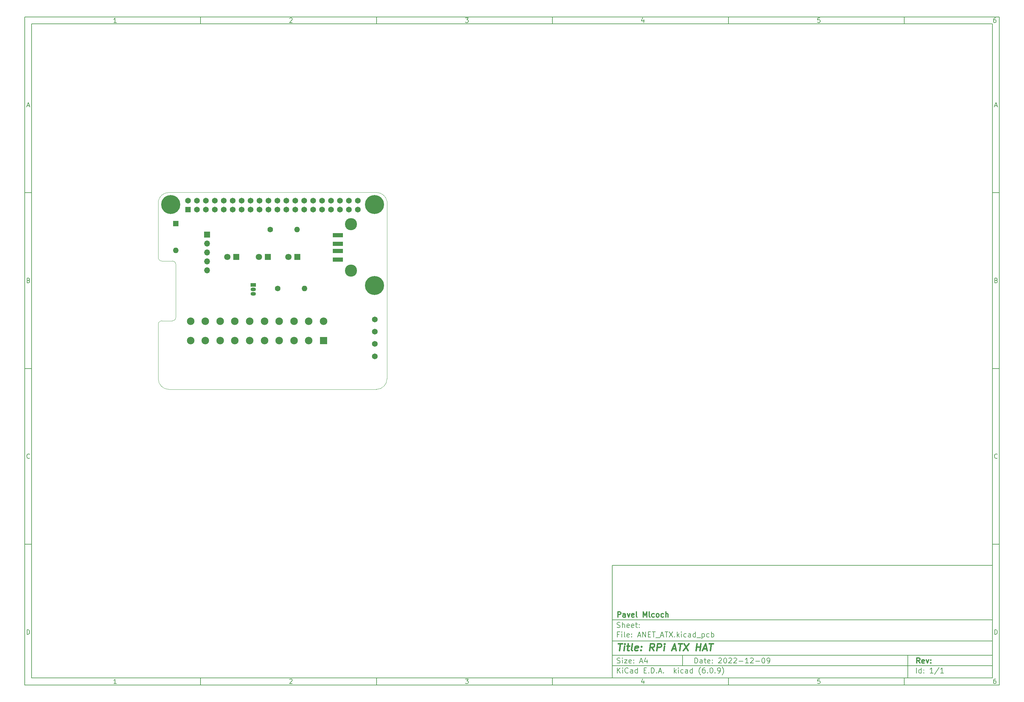
<source format=gbr>
%TF.GenerationSoftware,KiCad,Pcbnew,(6.0.9)*%
%TF.CreationDate,2022-12-14T14:47:33+01:00*%
%TF.ProjectId,ANET_ATX,414e4554-5f41-4545-982e-6b696361645f,rev?*%
%TF.SameCoordinates,Original*%
%TF.FileFunction,Soldermask,Top*%
%TF.FilePolarity,Negative*%
%FSLAX46Y46*%
G04 Gerber Fmt 4.6, Leading zero omitted, Abs format (unit mm)*
G04 Created by KiCad (PCBNEW (6.0.9)) date 2022-12-14 14:47:33*
%MOMM*%
%LPD*%
G01*
G04 APERTURE LIST*
%ADD10C,0.100000*%
%ADD11C,0.150000*%
%ADD12C,0.300000*%
%ADD13C,0.400000*%
%TA.AperFunction,Profile*%
%ADD14C,0.100000*%
%TD*%
%ADD15R,1.600000X1.600000*%
%ADD16O,1.600000X1.600000*%
%ADD17C,1.650000*%
%ADD18C,0.001000*%
%ADD19R,2.150000X2.150000*%
%ADD20C,2.150000*%
%ADD21R,1.700000X1.700000*%
%ADD22O,1.700000X1.700000*%
%ADD23C,5.400000*%
%ADD24C,3.100000*%
%ADD25R,1.800000X1.800000*%
%ADD26C,1.800000*%
%ADD27C,1.600000*%
%ADD28R,3.000000X1.250000*%
%ADD29C,3.450000*%
%ADD30R,1.650000X1.650000*%
%ADD31R,1.500000X1.050000*%
%ADD32O,1.500000X1.050000*%
G04 APERTURE END LIST*
D10*
D11*
X177002200Y-166007200D02*
X177002200Y-198007200D01*
X285002200Y-198007200D01*
X285002200Y-166007200D01*
X177002200Y-166007200D01*
D10*
D11*
X10000000Y-10000000D02*
X10000000Y-200007200D01*
X287002200Y-200007200D01*
X287002200Y-10000000D01*
X10000000Y-10000000D01*
D10*
D11*
X12000000Y-12000000D02*
X12000000Y-198007200D01*
X285002200Y-198007200D01*
X285002200Y-12000000D01*
X12000000Y-12000000D01*
D10*
D11*
X60000000Y-12000000D02*
X60000000Y-10000000D01*
D10*
D11*
X110000000Y-12000000D02*
X110000000Y-10000000D01*
D10*
D11*
X160000000Y-12000000D02*
X160000000Y-10000000D01*
D10*
D11*
X210000000Y-12000000D02*
X210000000Y-10000000D01*
D10*
D11*
X260000000Y-12000000D02*
X260000000Y-10000000D01*
D10*
D11*
X36065476Y-11588095D02*
X35322619Y-11588095D01*
X35694047Y-11588095D02*
X35694047Y-10288095D01*
X35570238Y-10473809D01*
X35446428Y-10597619D01*
X35322619Y-10659523D01*
D10*
D11*
X85322619Y-10411904D02*
X85384523Y-10350000D01*
X85508333Y-10288095D01*
X85817857Y-10288095D01*
X85941666Y-10350000D01*
X86003571Y-10411904D01*
X86065476Y-10535714D01*
X86065476Y-10659523D01*
X86003571Y-10845238D01*
X85260714Y-11588095D01*
X86065476Y-11588095D01*
D10*
D11*
X135260714Y-10288095D02*
X136065476Y-10288095D01*
X135632142Y-10783333D01*
X135817857Y-10783333D01*
X135941666Y-10845238D01*
X136003571Y-10907142D01*
X136065476Y-11030952D01*
X136065476Y-11340476D01*
X136003571Y-11464285D01*
X135941666Y-11526190D01*
X135817857Y-11588095D01*
X135446428Y-11588095D01*
X135322619Y-11526190D01*
X135260714Y-11464285D01*
D10*
D11*
X185941666Y-10721428D02*
X185941666Y-11588095D01*
X185632142Y-10226190D02*
X185322619Y-11154761D01*
X186127380Y-11154761D01*
D10*
D11*
X236003571Y-10288095D02*
X235384523Y-10288095D01*
X235322619Y-10907142D01*
X235384523Y-10845238D01*
X235508333Y-10783333D01*
X235817857Y-10783333D01*
X235941666Y-10845238D01*
X236003571Y-10907142D01*
X236065476Y-11030952D01*
X236065476Y-11340476D01*
X236003571Y-11464285D01*
X235941666Y-11526190D01*
X235817857Y-11588095D01*
X235508333Y-11588095D01*
X235384523Y-11526190D01*
X235322619Y-11464285D01*
D10*
D11*
X285941666Y-10288095D02*
X285694047Y-10288095D01*
X285570238Y-10350000D01*
X285508333Y-10411904D01*
X285384523Y-10597619D01*
X285322619Y-10845238D01*
X285322619Y-11340476D01*
X285384523Y-11464285D01*
X285446428Y-11526190D01*
X285570238Y-11588095D01*
X285817857Y-11588095D01*
X285941666Y-11526190D01*
X286003571Y-11464285D01*
X286065476Y-11340476D01*
X286065476Y-11030952D01*
X286003571Y-10907142D01*
X285941666Y-10845238D01*
X285817857Y-10783333D01*
X285570238Y-10783333D01*
X285446428Y-10845238D01*
X285384523Y-10907142D01*
X285322619Y-11030952D01*
D10*
D11*
X60000000Y-198007200D02*
X60000000Y-200007200D01*
D10*
D11*
X110000000Y-198007200D02*
X110000000Y-200007200D01*
D10*
D11*
X160000000Y-198007200D02*
X160000000Y-200007200D01*
D10*
D11*
X210000000Y-198007200D02*
X210000000Y-200007200D01*
D10*
D11*
X260000000Y-198007200D02*
X260000000Y-200007200D01*
D10*
D11*
X36065476Y-199595295D02*
X35322619Y-199595295D01*
X35694047Y-199595295D02*
X35694047Y-198295295D01*
X35570238Y-198481009D01*
X35446428Y-198604819D01*
X35322619Y-198666723D01*
D10*
D11*
X85322619Y-198419104D02*
X85384523Y-198357200D01*
X85508333Y-198295295D01*
X85817857Y-198295295D01*
X85941666Y-198357200D01*
X86003571Y-198419104D01*
X86065476Y-198542914D01*
X86065476Y-198666723D01*
X86003571Y-198852438D01*
X85260714Y-199595295D01*
X86065476Y-199595295D01*
D10*
D11*
X135260714Y-198295295D02*
X136065476Y-198295295D01*
X135632142Y-198790533D01*
X135817857Y-198790533D01*
X135941666Y-198852438D01*
X136003571Y-198914342D01*
X136065476Y-199038152D01*
X136065476Y-199347676D01*
X136003571Y-199471485D01*
X135941666Y-199533390D01*
X135817857Y-199595295D01*
X135446428Y-199595295D01*
X135322619Y-199533390D01*
X135260714Y-199471485D01*
D10*
D11*
X185941666Y-198728628D02*
X185941666Y-199595295D01*
X185632142Y-198233390D02*
X185322619Y-199161961D01*
X186127380Y-199161961D01*
D10*
D11*
X236003571Y-198295295D02*
X235384523Y-198295295D01*
X235322619Y-198914342D01*
X235384523Y-198852438D01*
X235508333Y-198790533D01*
X235817857Y-198790533D01*
X235941666Y-198852438D01*
X236003571Y-198914342D01*
X236065476Y-199038152D01*
X236065476Y-199347676D01*
X236003571Y-199471485D01*
X235941666Y-199533390D01*
X235817857Y-199595295D01*
X235508333Y-199595295D01*
X235384523Y-199533390D01*
X235322619Y-199471485D01*
D10*
D11*
X285941666Y-198295295D02*
X285694047Y-198295295D01*
X285570238Y-198357200D01*
X285508333Y-198419104D01*
X285384523Y-198604819D01*
X285322619Y-198852438D01*
X285322619Y-199347676D01*
X285384523Y-199471485D01*
X285446428Y-199533390D01*
X285570238Y-199595295D01*
X285817857Y-199595295D01*
X285941666Y-199533390D01*
X286003571Y-199471485D01*
X286065476Y-199347676D01*
X286065476Y-199038152D01*
X286003571Y-198914342D01*
X285941666Y-198852438D01*
X285817857Y-198790533D01*
X285570238Y-198790533D01*
X285446428Y-198852438D01*
X285384523Y-198914342D01*
X285322619Y-199038152D01*
D10*
D11*
X10000000Y-60000000D02*
X12000000Y-60000000D01*
D10*
D11*
X10000000Y-110000000D02*
X12000000Y-110000000D01*
D10*
D11*
X10000000Y-160000000D02*
X12000000Y-160000000D01*
D10*
D11*
X10690476Y-35216666D02*
X11309523Y-35216666D01*
X10566666Y-35588095D02*
X11000000Y-34288095D01*
X11433333Y-35588095D01*
D10*
D11*
X11092857Y-84907142D02*
X11278571Y-84969047D01*
X11340476Y-85030952D01*
X11402380Y-85154761D01*
X11402380Y-85340476D01*
X11340476Y-85464285D01*
X11278571Y-85526190D01*
X11154761Y-85588095D01*
X10659523Y-85588095D01*
X10659523Y-84288095D01*
X11092857Y-84288095D01*
X11216666Y-84350000D01*
X11278571Y-84411904D01*
X11340476Y-84535714D01*
X11340476Y-84659523D01*
X11278571Y-84783333D01*
X11216666Y-84845238D01*
X11092857Y-84907142D01*
X10659523Y-84907142D01*
D10*
D11*
X11402380Y-135464285D02*
X11340476Y-135526190D01*
X11154761Y-135588095D01*
X11030952Y-135588095D01*
X10845238Y-135526190D01*
X10721428Y-135402380D01*
X10659523Y-135278571D01*
X10597619Y-135030952D01*
X10597619Y-134845238D01*
X10659523Y-134597619D01*
X10721428Y-134473809D01*
X10845238Y-134350000D01*
X11030952Y-134288095D01*
X11154761Y-134288095D01*
X11340476Y-134350000D01*
X11402380Y-134411904D01*
D10*
D11*
X10659523Y-185588095D02*
X10659523Y-184288095D01*
X10969047Y-184288095D01*
X11154761Y-184350000D01*
X11278571Y-184473809D01*
X11340476Y-184597619D01*
X11402380Y-184845238D01*
X11402380Y-185030952D01*
X11340476Y-185278571D01*
X11278571Y-185402380D01*
X11154761Y-185526190D01*
X10969047Y-185588095D01*
X10659523Y-185588095D01*
D10*
D11*
X287002200Y-60000000D02*
X285002200Y-60000000D01*
D10*
D11*
X287002200Y-110000000D02*
X285002200Y-110000000D01*
D10*
D11*
X287002200Y-160000000D02*
X285002200Y-160000000D01*
D10*
D11*
X285692676Y-35216666D02*
X286311723Y-35216666D01*
X285568866Y-35588095D02*
X286002200Y-34288095D01*
X286435533Y-35588095D01*
D10*
D11*
X286095057Y-84907142D02*
X286280771Y-84969047D01*
X286342676Y-85030952D01*
X286404580Y-85154761D01*
X286404580Y-85340476D01*
X286342676Y-85464285D01*
X286280771Y-85526190D01*
X286156961Y-85588095D01*
X285661723Y-85588095D01*
X285661723Y-84288095D01*
X286095057Y-84288095D01*
X286218866Y-84350000D01*
X286280771Y-84411904D01*
X286342676Y-84535714D01*
X286342676Y-84659523D01*
X286280771Y-84783333D01*
X286218866Y-84845238D01*
X286095057Y-84907142D01*
X285661723Y-84907142D01*
D10*
D11*
X286404580Y-135464285D02*
X286342676Y-135526190D01*
X286156961Y-135588095D01*
X286033152Y-135588095D01*
X285847438Y-135526190D01*
X285723628Y-135402380D01*
X285661723Y-135278571D01*
X285599819Y-135030952D01*
X285599819Y-134845238D01*
X285661723Y-134597619D01*
X285723628Y-134473809D01*
X285847438Y-134350000D01*
X286033152Y-134288095D01*
X286156961Y-134288095D01*
X286342676Y-134350000D01*
X286404580Y-134411904D01*
D10*
D11*
X285661723Y-185588095D02*
X285661723Y-184288095D01*
X285971247Y-184288095D01*
X286156961Y-184350000D01*
X286280771Y-184473809D01*
X286342676Y-184597619D01*
X286404580Y-184845238D01*
X286404580Y-185030952D01*
X286342676Y-185278571D01*
X286280771Y-185402380D01*
X286156961Y-185526190D01*
X285971247Y-185588095D01*
X285661723Y-185588095D01*
D10*
D11*
X200434342Y-193785771D02*
X200434342Y-192285771D01*
X200791485Y-192285771D01*
X201005771Y-192357200D01*
X201148628Y-192500057D01*
X201220057Y-192642914D01*
X201291485Y-192928628D01*
X201291485Y-193142914D01*
X201220057Y-193428628D01*
X201148628Y-193571485D01*
X201005771Y-193714342D01*
X200791485Y-193785771D01*
X200434342Y-193785771D01*
X202577200Y-193785771D02*
X202577200Y-193000057D01*
X202505771Y-192857200D01*
X202362914Y-192785771D01*
X202077200Y-192785771D01*
X201934342Y-192857200D01*
X202577200Y-193714342D02*
X202434342Y-193785771D01*
X202077200Y-193785771D01*
X201934342Y-193714342D01*
X201862914Y-193571485D01*
X201862914Y-193428628D01*
X201934342Y-193285771D01*
X202077200Y-193214342D01*
X202434342Y-193214342D01*
X202577200Y-193142914D01*
X203077200Y-192785771D02*
X203648628Y-192785771D01*
X203291485Y-192285771D02*
X203291485Y-193571485D01*
X203362914Y-193714342D01*
X203505771Y-193785771D01*
X203648628Y-193785771D01*
X204720057Y-193714342D02*
X204577200Y-193785771D01*
X204291485Y-193785771D01*
X204148628Y-193714342D01*
X204077200Y-193571485D01*
X204077200Y-193000057D01*
X204148628Y-192857200D01*
X204291485Y-192785771D01*
X204577200Y-192785771D01*
X204720057Y-192857200D01*
X204791485Y-193000057D01*
X204791485Y-193142914D01*
X204077200Y-193285771D01*
X205434342Y-193642914D02*
X205505771Y-193714342D01*
X205434342Y-193785771D01*
X205362914Y-193714342D01*
X205434342Y-193642914D01*
X205434342Y-193785771D01*
X205434342Y-192857200D02*
X205505771Y-192928628D01*
X205434342Y-193000057D01*
X205362914Y-192928628D01*
X205434342Y-192857200D01*
X205434342Y-193000057D01*
X207220057Y-192428628D02*
X207291485Y-192357200D01*
X207434342Y-192285771D01*
X207791485Y-192285771D01*
X207934342Y-192357200D01*
X208005771Y-192428628D01*
X208077200Y-192571485D01*
X208077200Y-192714342D01*
X208005771Y-192928628D01*
X207148628Y-193785771D01*
X208077200Y-193785771D01*
X209005771Y-192285771D02*
X209148628Y-192285771D01*
X209291485Y-192357200D01*
X209362914Y-192428628D01*
X209434342Y-192571485D01*
X209505771Y-192857200D01*
X209505771Y-193214342D01*
X209434342Y-193500057D01*
X209362914Y-193642914D01*
X209291485Y-193714342D01*
X209148628Y-193785771D01*
X209005771Y-193785771D01*
X208862914Y-193714342D01*
X208791485Y-193642914D01*
X208720057Y-193500057D01*
X208648628Y-193214342D01*
X208648628Y-192857200D01*
X208720057Y-192571485D01*
X208791485Y-192428628D01*
X208862914Y-192357200D01*
X209005771Y-192285771D01*
X210077200Y-192428628D02*
X210148628Y-192357200D01*
X210291485Y-192285771D01*
X210648628Y-192285771D01*
X210791485Y-192357200D01*
X210862914Y-192428628D01*
X210934342Y-192571485D01*
X210934342Y-192714342D01*
X210862914Y-192928628D01*
X210005771Y-193785771D01*
X210934342Y-193785771D01*
X211505771Y-192428628D02*
X211577200Y-192357200D01*
X211720057Y-192285771D01*
X212077200Y-192285771D01*
X212220057Y-192357200D01*
X212291485Y-192428628D01*
X212362914Y-192571485D01*
X212362914Y-192714342D01*
X212291485Y-192928628D01*
X211434342Y-193785771D01*
X212362914Y-193785771D01*
X213005771Y-193214342D02*
X214148628Y-193214342D01*
X215648628Y-193785771D02*
X214791485Y-193785771D01*
X215220057Y-193785771D02*
X215220057Y-192285771D01*
X215077200Y-192500057D01*
X214934342Y-192642914D01*
X214791485Y-192714342D01*
X216220057Y-192428628D02*
X216291485Y-192357200D01*
X216434342Y-192285771D01*
X216791485Y-192285771D01*
X216934342Y-192357200D01*
X217005771Y-192428628D01*
X217077200Y-192571485D01*
X217077200Y-192714342D01*
X217005771Y-192928628D01*
X216148628Y-193785771D01*
X217077200Y-193785771D01*
X217720057Y-193214342D02*
X218862914Y-193214342D01*
X219862914Y-192285771D02*
X220005771Y-192285771D01*
X220148628Y-192357200D01*
X220220057Y-192428628D01*
X220291485Y-192571485D01*
X220362914Y-192857200D01*
X220362914Y-193214342D01*
X220291485Y-193500057D01*
X220220057Y-193642914D01*
X220148628Y-193714342D01*
X220005771Y-193785771D01*
X219862914Y-193785771D01*
X219720057Y-193714342D01*
X219648628Y-193642914D01*
X219577200Y-193500057D01*
X219505771Y-193214342D01*
X219505771Y-192857200D01*
X219577200Y-192571485D01*
X219648628Y-192428628D01*
X219720057Y-192357200D01*
X219862914Y-192285771D01*
X221077200Y-193785771D02*
X221362914Y-193785771D01*
X221505771Y-193714342D01*
X221577200Y-193642914D01*
X221720057Y-193428628D01*
X221791485Y-193142914D01*
X221791485Y-192571485D01*
X221720057Y-192428628D01*
X221648628Y-192357200D01*
X221505771Y-192285771D01*
X221220057Y-192285771D01*
X221077200Y-192357200D01*
X221005771Y-192428628D01*
X220934342Y-192571485D01*
X220934342Y-192928628D01*
X221005771Y-193071485D01*
X221077200Y-193142914D01*
X221220057Y-193214342D01*
X221505771Y-193214342D01*
X221648628Y-193142914D01*
X221720057Y-193071485D01*
X221791485Y-192928628D01*
D10*
D11*
X177002200Y-194507200D02*
X285002200Y-194507200D01*
D10*
D11*
X178434342Y-196585771D02*
X178434342Y-195085771D01*
X179291485Y-196585771D02*
X178648628Y-195728628D01*
X179291485Y-195085771D02*
X178434342Y-195942914D01*
X179934342Y-196585771D02*
X179934342Y-195585771D01*
X179934342Y-195085771D02*
X179862914Y-195157200D01*
X179934342Y-195228628D01*
X180005771Y-195157200D01*
X179934342Y-195085771D01*
X179934342Y-195228628D01*
X181505771Y-196442914D02*
X181434342Y-196514342D01*
X181220057Y-196585771D01*
X181077200Y-196585771D01*
X180862914Y-196514342D01*
X180720057Y-196371485D01*
X180648628Y-196228628D01*
X180577200Y-195942914D01*
X180577200Y-195728628D01*
X180648628Y-195442914D01*
X180720057Y-195300057D01*
X180862914Y-195157200D01*
X181077200Y-195085771D01*
X181220057Y-195085771D01*
X181434342Y-195157200D01*
X181505771Y-195228628D01*
X182791485Y-196585771D02*
X182791485Y-195800057D01*
X182720057Y-195657200D01*
X182577200Y-195585771D01*
X182291485Y-195585771D01*
X182148628Y-195657200D01*
X182791485Y-196514342D02*
X182648628Y-196585771D01*
X182291485Y-196585771D01*
X182148628Y-196514342D01*
X182077200Y-196371485D01*
X182077200Y-196228628D01*
X182148628Y-196085771D01*
X182291485Y-196014342D01*
X182648628Y-196014342D01*
X182791485Y-195942914D01*
X184148628Y-196585771D02*
X184148628Y-195085771D01*
X184148628Y-196514342D02*
X184005771Y-196585771D01*
X183720057Y-196585771D01*
X183577200Y-196514342D01*
X183505771Y-196442914D01*
X183434342Y-196300057D01*
X183434342Y-195871485D01*
X183505771Y-195728628D01*
X183577200Y-195657200D01*
X183720057Y-195585771D01*
X184005771Y-195585771D01*
X184148628Y-195657200D01*
X186005771Y-195800057D02*
X186505771Y-195800057D01*
X186720057Y-196585771D02*
X186005771Y-196585771D01*
X186005771Y-195085771D01*
X186720057Y-195085771D01*
X187362914Y-196442914D02*
X187434342Y-196514342D01*
X187362914Y-196585771D01*
X187291485Y-196514342D01*
X187362914Y-196442914D01*
X187362914Y-196585771D01*
X188077200Y-196585771D02*
X188077200Y-195085771D01*
X188434342Y-195085771D01*
X188648628Y-195157200D01*
X188791485Y-195300057D01*
X188862914Y-195442914D01*
X188934342Y-195728628D01*
X188934342Y-195942914D01*
X188862914Y-196228628D01*
X188791485Y-196371485D01*
X188648628Y-196514342D01*
X188434342Y-196585771D01*
X188077200Y-196585771D01*
X189577200Y-196442914D02*
X189648628Y-196514342D01*
X189577200Y-196585771D01*
X189505771Y-196514342D01*
X189577200Y-196442914D01*
X189577200Y-196585771D01*
X190220057Y-196157200D02*
X190934342Y-196157200D01*
X190077200Y-196585771D02*
X190577200Y-195085771D01*
X191077200Y-196585771D01*
X191577200Y-196442914D02*
X191648628Y-196514342D01*
X191577200Y-196585771D01*
X191505771Y-196514342D01*
X191577200Y-196442914D01*
X191577200Y-196585771D01*
X194577200Y-196585771D02*
X194577200Y-195085771D01*
X194720057Y-196014342D02*
X195148628Y-196585771D01*
X195148628Y-195585771D02*
X194577200Y-196157200D01*
X195791485Y-196585771D02*
X195791485Y-195585771D01*
X195791485Y-195085771D02*
X195720057Y-195157200D01*
X195791485Y-195228628D01*
X195862914Y-195157200D01*
X195791485Y-195085771D01*
X195791485Y-195228628D01*
X197148628Y-196514342D02*
X197005771Y-196585771D01*
X196720057Y-196585771D01*
X196577200Y-196514342D01*
X196505771Y-196442914D01*
X196434342Y-196300057D01*
X196434342Y-195871485D01*
X196505771Y-195728628D01*
X196577200Y-195657200D01*
X196720057Y-195585771D01*
X197005771Y-195585771D01*
X197148628Y-195657200D01*
X198434342Y-196585771D02*
X198434342Y-195800057D01*
X198362914Y-195657200D01*
X198220057Y-195585771D01*
X197934342Y-195585771D01*
X197791485Y-195657200D01*
X198434342Y-196514342D02*
X198291485Y-196585771D01*
X197934342Y-196585771D01*
X197791485Y-196514342D01*
X197720057Y-196371485D01*
X197720057Y-196228628D01*
X197791485Y-196085771D01*
X197934342Y-196014342D01*
X198291485Y-196014342D01*
X198434342Y-195942914D01*
X199791485Y-196585771D02*
X199791485Y-195085771D01*
X199791485Y-196514342D02*
X199648628Y-196585771D01*
X199362914Y-196585771D01*
X199220057Y-196514342D01*
X199148628Y-196442914D01*
X199077200Y-196300057D01*
X199077200Y-195871485D01*
X199148628Y-195728628D01*
X199220057Y-195657200D01*
X199362914Y-195585771D01*
X199648628Y-195585771D01*
X199791485Y-195657200D01*
X202077200Y-197157200D02*
X202005771Y-197085771D01*
X201862914Y-196871485D01*
X201791485Y-196728628D01*
X201720057Y-196514342D01*
X201648628Y-196157200D01*
X201648628Y-195871485D01*
X201720057Y-195514342D01*
X201791485Y-195300057D01*
X201862914Y-195157200D01*
X202005771Y-194942914D01*
X202077200Y-194871485D01*
X203291485Y-195085771D02*
X203005771Y-195085771D01*
X202862914Y-195157200D01*
X202791485Y-195228628D01*
X202648628Y-195442914D01*
X202577200Y-195728628D01*
X202577200Y-196300057D01*
X202648628Y-196442914D01*
X202720057Y-196514342D01*
X202862914Y-196585771D01*
X203148628Y-196585771D01*
X203291485Y-196514342D01*
X203362914Y-196442914D01*
X203434342Y-196300057D01*
X203434342Y-195942914D01*
X203362914Y-195800057D01*
X203291485Y-195728628D01*
X203148628Y-195657200D01*
X202862914Y-195657200D01*
X202720057Y-195728628D01*
X202648628Y-195800057D01*
X202577200Y-195942914D01*
X204077200Y-196442914D02*
X204148628Y-196514342D01*
X204077200Y-196585771D01*
X204005771Y-196514342D01*
X204077200Y-196442914D01*
X204077200Y-196585771D01*
X205077200Y-195085771D02*
X205220057Y-195085771D01*
X205362914Y-195157200D01*
X205434342Y-195228628D01*
X205505771Y-195371485D01*
X205577200Y-195657200D01*
X205577200Y-196014342D01*
X205505771Y-196300057D01*
X205434342Y-196442914D01*
X205362914Y-196514342D01*
X205220057Y-196585771D01*
X205077200Y-196585771D01*
X204934342Y-196514342D01*
X204862914Y-196442914D01*
X204791485Y-196300057D01*
X204720057Y-196014342D01*
X204720057Y-195657200D01*
X204791485Y-195371485D01*
X204862914Y-195228628D01*
X204934342Y-195157200D01*
X205077200Y-195085771D01*
X206220057Y-196442914D02*
X206291485Y-196514342D01*
X206220057Y-196585771D01*
X206148628Y-196514342D01*
X206220057Y-196442914D01*
X206220057Y-196585771D01*
X207005771Y-196585771D02*
X207291485Y-196585771D01*
X207434342Y-196514342D01*
X207505771Y-196442914D01*
X207648628Y-196228628D01*
X207720057Y-195942914D01*
X207720057Y-195371485D01*
X207648628Y-195228628D01*
X207577200Y-195157200D01*
X207434342Y-195085771D01*
X207148628Y-195085771D01*
X207005771Y-195157200D01*
X206934342Y-195228628D01*
X206862914Y-195371485D01*
X206862914Y-195728628D01*
X206934342Y-195871485D01*
X207005771Y-195942914D01*
X207148628Y-196014342D01*
X207434342Y-196014342D01*
X207577200Y-195942914D01*
X207648628Y-195871485D01*
X207720057Y-195728628D01*
X208220057Y-197157200D02*
X208291485Y-197085771D01*
X208434342Y-196871485D01*
X208505771Y-196728628D01*
X208577200Y-196514342D01*
X208648628Y-196157200D01*
X208648628Y-195871485D01*
X208577200Y-195514342D01*
X208505771Y-195300057D01*
X208434342Y-195157200D01*
X208291485Y-194942914D01*
X208220057Y-194871485D01*
D10*
D11*
X177002200Y-191507200D02*
X285002200Y-191507200D01*
D10*
D12*
X264411485Y-193785771D02*
X263911485Y-193071485D01*
X263554342Y-193785771D02*
X263554342Y-192285771D01*
X264125771Y-192285771D01*
X264268628Y-192357200D01*
X264340057Y-192428628D01*
X264411485Y-192571485D01*
X264411485Y-192785771D01*
X264340057Y-192928628D01*
X264268628Y-193000057D01*
X264125771Y-193071485D01*
X263554342Y-193071485D01*
X265625771Y-193714342D02*
X265482914Y-193785771D01*
X265197200Y-193785771D01*
X265054342Y-193714342D01*
X264982914Y-193571485D01*
X264982914Y-193000057D01*
X265054342Y-192857200D01*
X265197200Y-192785771D01*
X265482914Y-192785771D01*
X265625771Y-192857200D01*
X265697200Y-193000057D01*
X265697200Y-193142914D01*
X264982914Y-193285771D01*
X266197200Y-192785771D02*
X266554342Y-193785771D01*
X266911485Y-192785771D01*
X267482914Y-193642914D02*
X267554342Y-193714342D01*
X267482914Y-193785771D01*
X267411485Y-193714342D01*
X267482914Y-193642914D01*
X267482914Y-193785771D01*
X267482914Y-192857200D02*
X267554342Y-192928628D01*
X267482914Y-193000057D01*
X267411485Y-192928628D01*
X267482914Y-192857200D01*
X267482914Y-193000057D01*
D10*
D11*
X178362914Y-193714342D02*
X178577200Y-193785771D01*
X178934342Y-193785771D01*
X179077200Y-193714342D01*
X179148628Y-193642914D01*
X179220057Y-193500057D01*
X179220057Y-193357200D01*
X179148628Y-193214342D01*
X179077200Y-193142914D01*
X178934342Y-193071485D01*
X178648628Y-193000057D01*
X178505771Y-192928628D01*
X178434342Y-192857200D01*
X178362914Y-192714342D01*
X178362914Y-192571485D01*
X178434342Y-192428628D01*
X178505771Y-192357200D01*
X178648628Y-192285771D01*
X179005771Y-192285771D01*
X179220057Y-192357200D01*
X179862914Y-193785771D02*
X179862914Y-192785771D01*
X179862914Y-192285771D02*
X179791485Y-192357200D01*
X179862914Y-192428628D01*
X179934342Y-192357200D01*
X179862914Y-192285771D01*
X179862914Y-192428628D01*
X180434342Y-192785771D02*
X181220057Y-192785771D01*
X180434342Y-193785771D01*
X181220057Y-193785771D01*
X182362914Y-193714342D02*
X182220057Y-193785771D01*
X181934342Y-193785771D01*
X181791485Y-193714342D01*
X181720057Y-193571485D01*
X181720057Y-193000057D01*
X181791485Y-192857200D01*
X181934342Y-192785771D01*
X182220057Y-192785771D01*
X182362914Y-192857200D01*
X182434342Y-193000057D01*
X182434342Y-193142914D01*
X181720057Y-193285771D01*
X183077200Y-193642914D02*
X183148628Y-193714342D01*
X183077200Y-193785771D01*
X183005771Y-193714342D01*
X183077200Y-193642914D01*
X183077200Y-193785771D01*
X183077200Y-192857200D02*
X183148628Y-192928628D01*
X183077200Y-193000057D01*
X183005771Y-192928628D01*
X183077200Y-192857200D01*
X183077200Y-193000057D01*
X184862914Y-193357200D02*
X185577200Y-193357200D01*
X184720057Y-193785771D02*
X185220057Y-192285771D01*
X185720057Y-193785771D01*
X186862914Y-192785771D02*
X186862914Y-193785771D01*
X186505771Y-192214342D02*
X186148628Y-193285771D01*
X187077200Y-193285771D01*
D10*
D11*
X263434342Y-196585771D02*
X263434342Y-195085771D01*
X264791485Y-196585771D02*
X264791485Y-195085771D01*
X264791485Y-196514342D02*
X264648628Y-196585771D01*
X264362914Y-196585771D01*
X264220057Y-196514342D01*
X264148628Y-196442914D01*
X264077200Y-196300057D01*
X264077200Y-195871485D01*
X264148628Y-195728628D01*
X264220057Y-195657200D01*
X264362914Y-195585771D01*
X264648628Y-195585771D01*
X264791485Y-195657200D01*
X265505771Y-196442914D02*
X265577200Y-196514342D01*
X265505771Y-196585771D01*
X265434342Y-196514342D01*
X265505771Y-196442914D01*
X265505771Y-196585771D01*
X265505771Y-195657200D02*
X265577200Y-195728628D01*
X265505771Y-195800057D01*
X265434342Y-195728628D01*
X265505771Y-195657200D01*
X265505771Y-195800057D01*
X268148628Y-196585771D02*
X267291485Y-196585771D01*
X267720057Y-196585771D02*
X267720057Y-195085771D01*
X267577200Y-195300057D01*
X267434342Y-195442914D01*
X267291485Y-195514342D01*
X269862914Y-195014342D02*
X268577200Y-196942914D01*
X271148628Y-196585771D02*
X270291485Y-196585771D01*
X270720057Y-196585771D02*
X270720057Y-195085771D01*
X270577200Y-195300057D01*
X270434342Y-195442914D01*
X270291485Y-195514342D01*
D10*
D11*
X177002200Y-187507200D02*
X285002200Y-187507200D01*
D10*
D13*
X178714580Y-188211961D02*
X179857438Y-188211961D01*
X179036009Y-190211961D02*
X179286009Y-188211961D01*
X180274104Y-190211961D02*
X180440771Y-188878628D01*
X180524104Y-188211961D02*
X180416961Y-188307200D01*
X180500295Y-188402438D01*
X180607438Y-188307200D01*
X180524104Y-188211961D01*
X180500295Y-188402438D01*
X181107438Y-188878628D02*
X181869342Y-188878628D01*
X181476485Y-188211961D02*
X181262200Y-189926247D01*
X181333628Y-190116723D01*
X181512200Y-190211961D01*
X181702676Y-190211961D01*
X182655057Y-190211961D02*
X182476485Y-190116723D01*
X182405057Y-189926247D01*
X182619342Y-188211961D01*
X184190771Y-190116723D02*
X183988390Y-190211961D01*
X183607438Y-190211961D01*
X183428866Y-190116723D01*
X183357438Y-189926247D01*
X183452676Y-189164342D01*
X183571723Y-188973866D01*
X183774104Y-188878628D01*
X184155057Y-188878628D01*
X184333628Y-188973866D01*
X184405057Y-189164342D01*
X184381247Y-189354819D01*
X183405057Y-189545295D01*
X185155057Y-190021485D02*
X185238390Y-190116723D01*
X185131247Y-190211961D01*
X185047914Y-190116723D01*
X185155057Y-190021485D01*
X185131247Y-190211961D01*
X185286009Y-188973866D02*
X185369342Y-189069104D01*
X185262200Y-189164342D01*
X185178866Y-189069104D01*
X185286009Y-188973866D01*
X185262200Y-189164342D01*
X188750295Y-190211961D02*
X188202676Y-189259580D01*
X187607438Y-190211961D02*
X187857438Y-188211961D01*
X188619342Y-188211961D01*
X188797914Y-188307200D01*
X188881247Y-188402438D01*
X188952676Y-188592914D01*
X188916961Y-188878628D01*
X188797914Y-189069104D01*
X188690771Y-189164342D01*
X188488390Y-189259580D01*
X187726485Y-189259580D01*
X189607438Y-190211961D02*
X189857438Y-188211961D01*
X190619342Y-188211961D01*
X190797914Y-188307200D01*
X190881247Y-188402438D01*
X190952676Y-188592914D01*
X190916961Y-188878628D01*
X190797914Y-189069104D01*
X190690771Y-189164342D01*
X190488390Y-189259580D01*
X189726485Y-189259580D01*
X191607438Y-190211961D02*
X191774104Y-188878628D01*
X191857438Y-188211961D02*
X191750295Y-188307200D01*
X191833628Y-188402438D01*
X191940771Y-188307200D01*
X191857438Y-188211961D01*
X191833628Y-188402438D01*
X194059819Y-189640533D02*
X195012200Y-189640533D01*
X193797914Y-190211961D02*
X194714580Y-188211961D01*
X195131247Y-190211961D01*
X195762200Y-188211961D02*
X196905057Y-188211961D01*
X196083628Y-190211961D02*
X196333628Y-188211961D01*
X197381247Y-188211961D02*
X198464580Y-190211961D01*
X198714580Y-188211961D02*
X197131247Y-190211961D01*
X200750295Y-190211961D02*
X201000295Y-188211961D01*
X200881247Y-189164342D02*
X202024104Y-189164342D01*
X201893152Y-190211961D02*
X202143152Y-188211961D01*
X202821723Y-189640533D02*
X203774104Y-189640533D01*
X202559819Y-190211961D02*
X203476485Y-188211961D01*
X203893152Y-190211961D01*
X204524104Y-188211961D02*
X205666961Y-188211961D01*
X204845533Y-190211961D02*
X205095533Y-188211961D01*
D10*
D11*
X178934342Y-185600057D02*
X178434342Y-185600057D01*
X178434342Y-186385771D02*
X178434342Y-184885771D01*
X179148628Y-184885771D01*
X179720057Y-186385771D02*
X179720057Y-185385771D01*
X179720057Y-184885771D02*
X179648628Y-184957200D01*
X179720057Y-185028628D01*
X179791485Y-184957200D01*
X179720057Y-184885771D01*
X179720057Y-185028628D01*
X180648628Y-186385771D02*
X180505771Y-186314342D01*
X180434342Y-186171485D01*
X180434342Y-184885771D01*
X181791485Y-186314342D02*
X181648628Y-186385771D01*
X181362914Y-186385771D01*
X181220057Y-186314342D01*
X181148628Y-186171485D01*
X181148628Y-185600057D01*
X181220057Y-185457200D01*
X181362914Y-185385771D01*
X181648628Y-185385771D01*
X181791485Y-185457200D01*
X181862914Y-185600057D01*
X181862914Y-185742914D01*
X181148628Y-185885771D01*
X182505771Y-186242914D02*
X182577200Y-186314342D01*
X182505771Y-186385771D01*
X182434342Y-186314342D01*
X182505771Y-186242914D01*
X182505771Y-186385771D01*
X182505771Y-185457200D02*
X182577200Y-185528628D01*
X182505771Y-185600057D01*
X182434342Y-185528628D01*
X182505771Y-185457200D01*
X182505771Y-185600057D01*
X184291485Y-185957200D02*
X185005771Y-185957200D01*
X184148628Y-186385771D02*
X184648628Y-184885771D01*
X185148628Y-186385771D01*
X185648628Y-186385771D02*
X185648628Y-184885771D01*
X186505771Y-186385771D01*
X186505771Y-184885771D01*
X187220057Y-185600057D02*
X187720057Y-185600057D01*
X187934342Y-186385771D02*
X187220057Y-186385771D01*
X187220057Y-184885771D01*
X187934342Y-184885771D01*
X188362914Y-184885771D02*
X189220057Y-184885771D01*
X188791485Y-186385771D02*
X188791485Y-184885771D01*
X189362914Y-186528628D02*
X190505771Y-186528628D01*
X190791485Y-185957200D02*
X191505771Y-185957200D01*
X190648628Y-186385771D02*
X191148628Y-184885771D01*
X191648628Y-186385771D01*
X191934342Y-184885771D02*
X192791485Y-184885771D01*
X192362914Y-186385771D02*
X192362914Y-184885771D01*
X193148628Y-184885771D02*
X194148628Y-186385771D01*
X194148628Y-184885771D02*
X193148628Y-186385771D01*
X194720057Y-186242914D02*
X194791485Y-186314342D01*
X194720057Y-186385771D01*
X194648628Y-186314342D01*
X194720057Y-186242914D01*
X194720057Y-186385771D01*
X195434342Y-186385771D02*
X195434342Y-184885771D01*
X195577200Y-185814342D02*
X196005771Y-186385771D01*
X196005771Y-185385771D02*
X195434342Y-185957200D01*
X196648628Y-186385771D02*
X196648628Y-185385771D01*
X196648628Y-184885771D02*
X196577200Y-184957200D01*
X196648628Y-185028628D01*
X196720057Y-184957200D01*
X196648628Y-184885771D01*
X196648628Y-185028628D01*
X198005771Y-186314342D02*
X197862914Y-186385771D01*
X197577200Y-186385771D01*
X197434342Y-186314342D01*
X197362914Y-186242914D01*
X197291485Y-186100057D01*
X197291485Y-185671485D01*
X197362914Y-185528628D01*
X197434342Y-185457200D01*
X197577200Y-185385771D01*
X197862914Y-185385771D01*
X198005771Y-185457200D01*
X199291485Y-186385771D02*
X199291485Y-185600057D01*
X199220057Y-185457200D01*
X199077200Y-185385771D01*
X198791485Y-185385771D01*
X198648628Y-185457200D01*
X199291485Y-186314342D02*
X199148628Y-186385771D01*
X198791485Y-186385771D01*
X198648628Y-186314342D01*
X198577200Y-186171485D01*
X198577200Y-186028628D01*
X198648628Y-185885771D01*
X198791485Y-185814342D01*
X199148628Y-185814342D01*
X199291485Y-185742914D01*
X200648628Y-186385771D02*
X200648628Y-184885771D01*
X200648628Y-186314342D02*
X200505771Y-186385771D01*
X200220057Y-186385771D01*
X200077200Y-186314342D01*
X200005771Y-186242914D01*
X199934342Y-186100057D01*
X199934342Y-185671485D01*
X200005771Y-185528628D01*
X200077200Y-185457200D01*
X200220057Y-185385771D01*
X200505771Y-185385771D01*
X200648628Y-185457200D01*
X201005771Y-186528628D02*
X202148628Y-186528628D01*
X202505771Y-185385771D02*
X202505771Y-186885771D01*
X202505771Y-185457200D02*
X202648628Y-185385771D01*
X202934342Y-185385771D01*
X203077200Y-185457200D01*
X203148628Y-185528628D01*
X203220057Y-185671485D01*
X203220057Y-186100057D01*
X203148628Y-186242914D01*
X203077200Y-186314342D01*
X202934342Y-186385771D01*
X202648628Y-186385771D01*
X202505771Y-186314342D01*
X204505771Y-186314342D02*
X204362914Y-186385771D01*
X204077200Y-186385771D01*
X203934342Y-186314342D01*
X203862914Y-186242914D01*
X203791485Y-186100057D01*
X203791485Y-185671485D01*
X203862914Y-185528628D01*
X203934342Y-185457200D01*
X204077200Y-185385771D01*
X204362914Y-185385771D01*
X204505771Y-185457200D01*
X205148628Y-186385771D02*
X205148628Y-184885771D01*
X205148628Y-185457200D02*
X205291485Y-185385771D01*
X205577200Y-185385771D01*
X205720057Y-185457200D01*
X205791485Y-185528628D01*
X205862914Y-185671485D01*
X205862914Y-186100057D01*
X205791485Y-186242914D01*
X205720057Y-186314342D01*
X205577200Y-186385771D01*
X205291485Y-186385771D01*
X205148628Y-186314342D01*
D10*
D11*
X177002200Y-181507200D02*
X285002200Y-181507200D01*
D10*
D11*
X178362914Y-183614342D02*
X178577200Y-183685771D01*
X178934342Y-183685771D01*
X179077200Y-183614342D01*
X179148628Y-183542914D01*
X179220057Y-183400057D01*
X179220057Y-183257200D01*
X179148628Y-183114342D01*
X179077200Y-183042914D01*
X178934342Y-182971485D01*
X178648628Y-182900057D01*
X178505771Y-182828628D01*
X178434342Y-182757200D01*
X178362914Y-182614342D01*
X178362914Y-182471485D01*
X178434342Y-182328628D01*
X178505771Y-182257200D01*
X178648628Y-182185771D01*
X179005771Y-182185771D01*
X179220057Y-182257200D01*
X179862914Y-183685771D02*
X179862914Y-182185771D01*
X180505771Y-183685771D02*
X180505771Y-182900057D01*
X180434342Y-182757200D01*
X180291485Y-182685771D01*
X180077200Y-182685771D01*
X179934342Y-182757200D01*
X179862914Y-182828628D01*
X181791485Y-183614342D02*
X181648628Y-183685771D01*
X181362914Y-183685771D01*
X181220057Y-183614342D01*
X181148628Y-183471485D01*
X181148628Y-182900057D01*
X181220057Y-182757200D01*
X181362914Y-182685771D01*
X181648628Y-182685771D01*
X181791485Y-182757200D01*
X181862914Y-182900057D01*
X181862914Y-183042914D01*
X181148628Y-183185771D01*
X183077200Y-183614342D02*
X182934342Y-183685771D01*
X182648628Y-183685771D01*
X182505771Y-183614342D01*
X182434342Y-183471485D01*
X182434342Y-182900057D01*
X182505771Y-182757200D01*
X182648628Y-182685771D01*
X182934342Y-182685771D01*
X183077200Y-182757200D01*
X183148628Y-182900057D01*
X183148628Y-183042914D01*
X182434342Y-183185771D01*
X183577200Y-182685771D02*
X184148628Y-182685771D01*
X183791485Y-182185771D02*
X183791485Y-183471485D01*
X183862914Y-183614342D01*
X184005771Y-183685771D01*
X184148628Y-183685771D01*
X184648628Y-183542914D02*
X184720057Y-183614342D01*
X184648628Y-183685771D01*
X184577200Y-183614342D01*
X184648628Y-183542914D01*
X184648628Y-183685771D01*
X184648628Y-182757200D02*
X184720057Y-182828628D01*
X184648628Y-182900057D01*
X184577200Y-182828628D01*
X184648628Y-182757200D01*
X184648628Y-182900057D01*
D10*
D12*
X178554342Y-180685771D02*
X178554342Y-179185771D01*
X179125771Y-179185771D01*
X179268628Y-179257200D01*
X179340057Y-179328628D01*
X179411485Y-179471485D01*
X179411485Y-179685771D01*
X179340057Y-179828628D01*
X179268628Y-179900057D01*
X179125771Y-179971485D01*
X178554342Y-179971485D01*
X180697200Y-180685771D02*
X180697200Y-179900057D01*
X180625771Y-179757200D01*
X180482914Y-179685771D01*
X180197200Y-179685771D01*
X180054342Y-179757200D01*
X180697200Y-180614342D02*
X180554342Y-180685771D01*
X180197200Y-180685771D01*
X180054342Y-180614342D01*
X179982914Y-180471485D01*
X179982914Y-180328628D01*
X180054342Y-180185771D01*
X180197200Y-180114342D01*
X180554342Y-180114342D01*
X180697200Y-180042914D01*
X181268628Y-179685771D02*
X181625771Y-180685771D01*
X181982914Y-179685771D01*
X183125771Y-180614342D02*
X182982914Y-180685771D01*
X182697200Y-180685771D01*
X182554342Y-180614342D01*
X182482914Y-180471485D01*
X182482914Y-179900057D01*
X182554342Y-179757200D01*
X182697200Y-179685771D01*
X182982914Y-179685771D01*
X183125771Y-179757200D01*
X183197200Y-179900057D01*
X183197200Y-180042914D01*
X182482914Y-180185771D01*
X184054342Y-180685771D02*
X183911485Y-180614342D01*
X183840057Y-180471485D01*
X183840057Y-179185771D01*
X185768628Y-180685771D02*
X185768628Y-179185771D01*
X186268628Y-180257200D01*
X186768628Y-179185771D01*
X186768628Y-180685771D01*
X187697200Y-180685771D02*
X187554342Y-180614342D01*
X187482914Y-180471485D01*
X187482914Y-179185771D01*
X188911485Y-180614342D02*
X188768628Y-180685771D01*
X188482914Y-180685771D01*
X188340057Y-180614342D01*
X188268628Y-180542914D01*
X188197200Y-180400057D01*
X188197200Y-179971485D01*
X188268628Y-179828628D01*
X188340057Y-179757200D01*
X188482914Y-179685771D01*
X188768628Y-179685771D01*
X188911485Y-179757200D01*
X189768628Y-180685771D02*
X189625771Y-180614342D01*
X189554342Y-180542914D01*
X189482914Y-180400057D01*
X189482914Y-179971485D01*
X189554342Y-179828628D01*
X189625771Y-179757200D01*
X189768628Y-179685771D01*
X189982914Y-179685771D01*
X190125771Y-179757200D01*
X190197200Y-179828628D01*
X190268628Y-179971485D01*
X190268628Y-180400057D01*
X190197200Y-180542914D01*
X190125771Y-180614342D01*
X189982914Y-180685771D01*
X189768628Y-180685771D01*
X191554342Y-180614342D02*
X191411485Y-180685771D01*
X191125771Y-180685771D01*
X190982914Y-180614342D01*
X190911485Y-180542914D01*
X190840057Y-180400057D01*
X190840057Y-179971485D01*
X190911485Y-179828628D01*
X190982914Y-179757200D01*
X191125771Y-179685771D01*
X191411485Y-179685771D01*
X191554342Y-179757200D01*
X192197200Y-180685771D02*
X192197200Y-179185771D01*
X192840057Y-180685771D02*
X192840057Y-179900057D01*
X192768628Y-179757200D01*
X192625771Y-179685771D01*
X192411485Y-179685771D01*
X192268628Y-179757200D01*
X192197200Y-179828628D01*
D10*
D11*
D10*
D11*
D10*
D11*
D10*
D11*
D10*
D11*
X197002200Y-191507200D02*
X197002200Y-194507200D01*
D10*
D11*
X261002200Y-191507200D02*
X261002200Y-198007200D01*
D14*
X47975000Y-112925000D02*
G75*
G03*
X50975000Y-115925000I3000000J0D01*
G01*
X50975000Y-59925000D02*
G75*
G03*
X47975000Y-62425000I0J-3050000D01*
G01*
X47975000Y-62425000D02*
X47975000Y-78425000D01*
X52975000Y-80425000D02*
X52975000Y-95425000D01*
X51975000Y-96425000D02*
G75*
G03*
X52975000Y-95425000I0J1000000D01*
G01*
X47975000Y-97425000D02*
X47975000Y-112925000D01*
X52975000Y-80425000D02*
G75*
G03*
X51975000Y-79425000I-1000000J0D01*
G01*
X47975000Y-78425000D02*
G75*
G03*
X48975000Y-79425000I1000000J0D01*
G01*
X48975000Y-96425000D02*
G75*
G03*
X47975000Y-97425000I0J-1000000D01*
G01*
X48975000Y-96425000D02*
X51975000Y-96425000D01*
X48975000Y-79425000D02*
X51975000Y-79425000D01*
X109975000Y-115925000D02*
G75*
G03*
X112975000Y-112925000I0J3000000D01*
G01*
X112975000Y-62425000D02*
X112975000Y-112925000D01*
X112975000Y-62425000D02*
G75*
G03*
X109975000Y-59925000I-3000000J-550000D01*
G01*
X50975000Y-115925000D02*
X109975000Y-115925000D01*
X50975000Y-59925000D02*
X109975000Y-59925000D01*
D15*
%TO.C,BYPASS*%
X52975000Y-68750000D03*
D16*
X52975000Y-76370000D03*
%TD*%
D17*
%TO.C,J4*%
X109525000Y-96000000D03*
X109525000Y-99500000D03*
%TD*%
D18*
%TO.C,ATX24P*%
X57150000Y-109325000D03*
X94950000Y-109325000D03*
D19*
X94950000Y-102025000D03*
D20*
X90750000Y-102025000D03*
X86550000Y-102025000D03*
X82350000Y-102025000D03*
X78150000Y-102025000D03*
X73950000Y-102025000D03*
X69750000Y-102025000D03*
X65550000Y-102025000D03*
X61350000Y-102025000D03*
X57150000Y-102025000D03*
X94950000Y-96525000D03*
X90750000Y-96525000D03*
X86550000Y-96525000D03*
X82350000Y-96525000D03*
X78150000Y-96525000D03*
X73950000Y-96525000D03*
X69750000Y-96525000D03*
X65550000Y-96525000D03*
X61350000Y-96525000D03*
X57150000Y-96525000D03*
%TD*%
D21*
%TO.C,J1*%
X61800000Y-71950000D03*
D22*
X61800000Y-74490000D03*
X61800000Y-77030000D03*
X61800000Y-79570000D03*
X61800000Y-82110000D03*
%TD*%
D23*
%TO.C,H1*%
X109450000Y-63325000D03*
D24*
X109450000Y-63325000D03*
%TD*%
D25*
%TO.C,LED GPIO*%
X79075000Y-78250000D03*
D26*
X76535000Y-78250000D03*
%TD*%
D27*
%TO.C,R2*%
X81940000Y-87225000D03*
D16*
X89560000Y-87225000D03*
%TD*%
D28*
%TO.C,USB*%
X99045000Y-79050000D03*
X99045000Y-76550000D03*
X99045000Y-74550000D03*
X99045000Y-72050000D03*
D29*
X102725000Y-82120000D03*
X102725000Y-68980000D03*
%TD*%
D24*
%TO.C,H3*%
X109425000Y-86425000D03*
D23*
X109425000Y-86425000D03*
%TD*%
D30*
%TO.C,RPI2x20P*%
X56388000Y-64770000D03*
D17*
X56388000Y-62230000D03*
X58928000Y-64770000D03*
X58928000Y-62230000D03*
X61468000Y-64770000D03*
X61468000Y-62230000D03*
X64008000Y-64770000D03*
X64008000Y-62230000D03*
X66548000Y-64770000D03*
X66548000Y-62230000D03*
X69088000Y-64770000D03*
X69088000Y-62230000D03*
X71628000Y-64770000D03*
X71628000Y-62230000D03*
X74168000Y-64770000D03*
X74168000Y-62230000D03*
X76708000Y-64770000D03*
X76708000Y-62230000D03*
X79248000Y-64770000D03*
X79248000Y-62230000D03*
X81788000Y-64770000D03*
X81788000Y-62230000D03*
X84328000Y-64770000D03*
X84328000Y-62230000D03*
X86868000Y-64770000D03*
X86868000Y-62230000D03*
X89408000Y-64770000D03*
X89408000Y-62230000D03*
X91948000Y-64770000D03*
X91948000Y-62230000D03*
X94488000Y-64770000D03*
X94488000Y-62230000D03*
X97028000Y-64770000D03*
X97028000Y-62230000D03*
X99568000Y-64770000D03*
X99568000Y-62230000D03*
X102108000Y-64770000D03*
X102108000Y-62230000D03*
X104648000Y-64770000D03*
X104648000Y-62230000D03*
%TD*%
D31*
%TO.C,Q1*%
X74940000Y-86255000D03*
D32*
X74940000Y-87525000D03*
X74940000Y-88795000D03*
%TD*%
D27*
%TO.C,R1*%
X79805000Y-70450000D03*
D16*
X87425000Y-70450000D03*
%TD*%
D25*
%TO.C,LED SW*%
X87525000Y-78300000D03*
D26*
X84985000Y-78300000D03*
%TD*%
D17*
%TO.C,J5*%
X109525000Y-103025000D03*
X109525000Y-106525000D03*
%TD*%
D25*
%TO.C,LED PWR*%
X70100000Y-78250000D03*
D26*
X67560000Y-78250000D03*
%TD*%
D23*
%TO.C,H2*%
X51475000Y-63375000D03*
D24*
X51475000Y-63375000D03*
%TD*%
M02*

</source>
